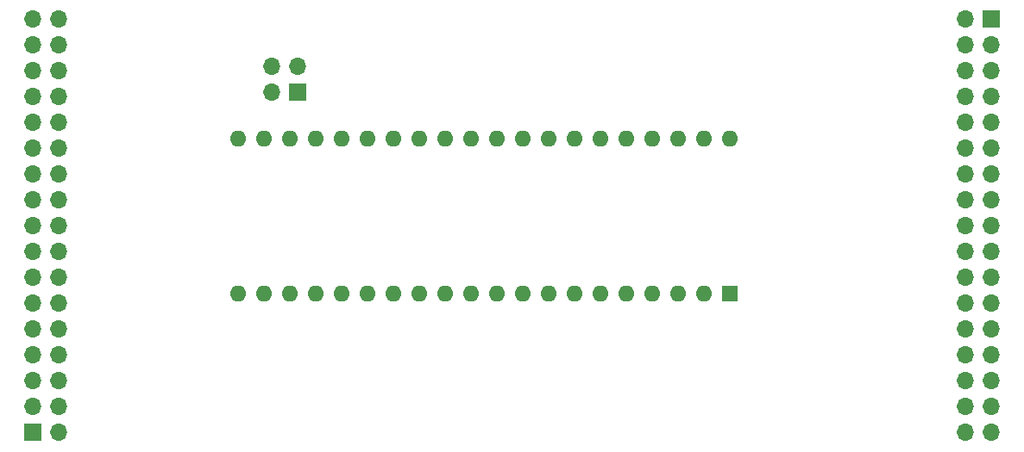
<source format=gbr>
%TF.GenerationSoftware,KiCad,Pcbnew,8.0.7-8.0.7-0~ubuntu22.04.1*%
%TF.CreationDate,2025-01-28T10:36:37+01:00*%
%TF.ProjectId,uPD7220_v1,75504437-3232-4305-9f76-312e6b696361,rev?*%
%TF.SameCoordinates,Original*%
%TF.FileFunction,Soldermask,Bot*%
%TF.FilePolarity,Negative*%
%FSLAX46Y46*%
G04 Gerber Fmt 4.6, Leading zero omitted, Abs format (unit mm)*
G04 Created by KiCad (PCBNEW 8.0.7-8.0.7-0~ubuntu22.04.1) date 2025-01-28 10:36:37*
%MOMM*%
%LPD*%
G01*
G04 APERTURE LIST*
%ADD10R,1.700000X1.700000*%
%ADD11O,1.700000X1.700000*%
%ADD12R,1.600000X1.600000*%
%ADD13O,1.600000X1.600000*%
G04 APERTURE END LIST*
D10*
%TO.C,J2*%
X78994000Y-76200000D03*
D11*
X76454000Y-76200000D03*
X78994000Y-73660000D03*
X76454000Y-73660000D03*
%TD*%
D10*
%TO.C,J3*%
X147000000Y-69000000D03*
D11*
X144460000Y-69000000D03*
X147000000Y-71540000D03*
X144460000Y-71540000D03*
X147000000Y-74080000D03*
X144460000Y-74080000D03*
X147000000Y-76620000D03*
X144460000Y-76620000D03*
X147000000Y-79160000D03*
X144460000Y-79160000D03*
X147000000Y-81700000D03*
X144460000Y-81700000D03*
X147000000Y-84240000D03*
X144460000Y-84240000D03*
X147000000Y-86780000D03*
X144460000Y-86780000D03*
X147000000Y-89320000D03*
X144460000Y-89320000D03*
X147000000Y-91860000D03*
X144460000Y-91860000D03*
X147000000Y-94400000D03*
X144460000Y-94400000D03*
X147000000Y-96940000D03*
X144460000Y-96940000D03*
X147000000Y-99480000D03*
X144460000Y-99480000D03*
X147000000Y-102020000D03*
X144460000Y-102020000D03*
X147000000Y-104560000D03*
X144460000Y-104560000D03*
X147000000Y-107100000D03*
X144460000Y-107100000D03*
X147000000Y-109640000D03*
X144460000Y-109640000D03*
%TD*%
D10*
%TO.C,J1*%
X53000000Y-109640000D03*
D11*
X55540000Y-109640000D03*
X53000000Y-107100000D03*
X55540000Y-107100000D03*
X53000000Y-104560000D03*
X55540000Y-104560000D03*
X53000000Y-102020000D03*
X55540000Y-102020000D03*
X53000000Y-99480000D03*
X55540000Y-99480000D03*
X53000000Y-96940000D03*
X55540000Y-96940000D03*
X53000000Y-94400000D03*
X55540000Y-94400000D03*
X53000000Y-91860000D03*
X55540000Y-91860000D03*
X53000000Y-89320000D03*
X55540000Y-89320000D03*
X53000000Y-86780000D03*
X55540000Y-86780000D03*
X53000000Y-84240000D03*
X55540000Y-84240000D03*
X53000000Y-81700000D03*
X55540000Y-81700000D03*
X53000000Y-79160000D03*
X55540000Y-79160000D03*
X53000000Y-76620000D03*
X55540000Y-76620000D03*
X53000000Y-74080000D03*
X55540000Y-74080000D03*
X53000000Y-71540000D03*
X55540000Y-71540000D03*
X53000000Y-69000000D03*
X55540000Y-69000000D03*
%TD*%
D12*
%TO.C,U3*%
X121412000Y-96012000D03*
D13*
X118872000Y-96012000D03*
X116332000Y-96012000D03*
X113792000Y-96012000D03*
X111252000Y-96012000D03*
X108712000Y-96012000D03*
X106172000Y-96012000D03*
X103632000Y-96012000D03*
X101092000Y-96012000D03*
X98552000Y-96012000D03*
X96012000Y-96012000D03*
X93472000Y-96012000D03*
X90932000Y-96012000D03*
X88392000Y-96012000D03*
X85852000Y-96012000D03*
X83312000Y-96012000D03*
X80772000Y-96012000D03*
X78232000Y-96012000D03*
X75692000Y-96012000D03*
X73152000Y-96012000D03*
X73152000Y-80772000D03*
X75692000Y-80772000D03*
X78232000Y-80772000D03*
X80772000Y-80772000D03*
X83312000Y-80772000D03*
X85852000Y-80772000D03*
X88392000Y-80772000D03*
X90932000Y-80772000D03*
X93472000Y-80772000D03*
X96012000Y-80772000D03*
X98552000Y-80772000D03*
X101092000Y-80772000D03*
X103632000Y-80772000D03*
X106172000Y-80772000D03*
X108712000Y-80772000D03*
X111252000Y-80772000D03*
X113792000Y-80772000D03*
X116332000Y-80772000D03*
X118872000Y-80772000D03*
X121412000Y-80772000D03*
%TD*%
M02*

</source>
